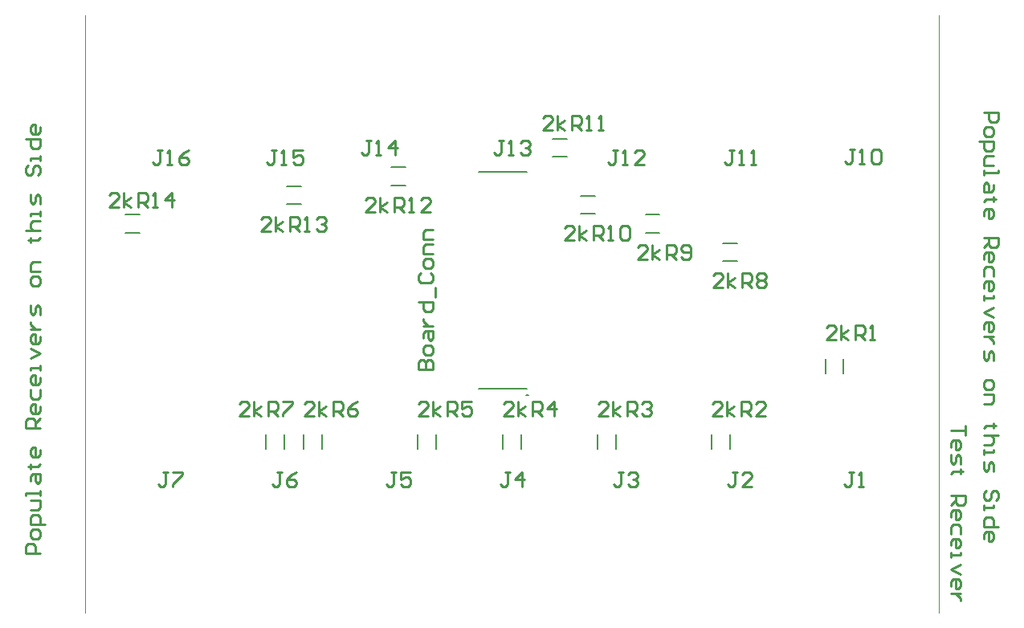
<source format=gto>
G04*
G04 #@! TF.GenerationSoftware,Altium Limited,Altium Designer,20.2.6 (244)*
G04*
G04 Layer_Color=65535*
%FSLAX25Y25*%
%MOIN*%
G70*
G04*
G04 #@! TF.SameCoordinates,A4359F0B-5969-4506-8E40-FB7A7F837C19*
G04*
G04*
G04 #@! TF.FilePolarity,Positive*
G04*
G01*
G75*
%ADD10C,0.00787*%
%ADD11C,0.00394*%
%ADD12C,0.01000*%
D10*
X341348Y228031D02*
X340561D01*
X341348D01*
X320707Y320590D02*
X340711D01*
X320707Y230591D02*
X340711D01*
X232480Y205709D02*
Y211614D01*
X239961Y205709D02*
Y211614D01*
X422244Y291142D02*
X428150D01*
X422244Y283661D02*
X428150D01*
X390021Y302953D02*
X395927D01*
X390021Y295472D02*
X395927D01*
X363189Y310827D02*
X369094D01*
X363189Y303346D02*
X369094D01*
X284449Y315158D02*
X290354D01*
X284449Y322638D02*
X290354D01*
X241142Y307283D02*
X247047D01*
X241142Y314764D02*
X247047D01*
X174213Y295472D02*
X180118D01*
X174213Y302953D02*
X180118D01*
X302953Y205709D02*
Y211614D01*
X295472Y205709D02*
Y211614D01*
X338386Y205709D02*
Y211614D01*
X330906Y205709D02*
Y211614D01*
X255709Y205709D02*
Y211614D01*
X248228Y205709D02*
Y211614D01*
X377756Y205709D02*
Y211614D01*
X370276Y205709D02*
Y211614D01*
X425000Y205709D02*
Y211614D01*
X417520Y205709D02*
Y211614D01*
X472244Y237205D02*
Y243110D01*
X464764Y237205D02*
Y243110D01*
X351378Y326969D02*
X357283D01*
X351378Y334449D02*
X357283D01*
D11*
X511811Y137795D02*
Y385827D01*
X157480Y137795D02*
Y385827D01*
D12*
X522746Y215535D02*
Y211537D01*
Y213536D01*
X516748D01*
Y206538D02*
Y208538D01*
X517748Y209537D01*
X519747D01*
X520747Y208538D01*
Y206538D01*
X519747Y205539D01*
X518747D01*
Y209537D01*
X516748Y203539D02*
Y200540D01*
X517748Y199541D01*
X518747Y200540D01*
Y202540D01*
X519747Y203539D01*
X520747Y202540D01*
Y199541D01*
X521746Y196542D02*
X520747D01*
Y197541D01*
Y195542D01*
Y196542D01*
X517748D01*
X516748Y195542D01*
Y186545D02*
X522746D01*
Y183546D01*
X521746Y182546D01*
X519747D01*
X518747Y183546D01*
Y186545D01*
Y184546D02*
X516748Y182546D01*
Y177548D02*
Y179547D01*
X517748Y180547D01*
X519747D01*
X520747Y179547D01*
Y177548D01*
X519747Y176548D01*
X518747D01*
Y180547D01*
X520747Y170550D02*
Y173549D01*
X519747Y174549D01*
X517748D01*
X516748Y173549D01*
Y170550D01*
Y165552D02*
Y167551D01*
X517748Y168551D01*
X519747D01*
X520747Y167551D01*
Y165552D01*
X519747Y164552D01*
X518747D01*
Y168551D01*
X516748Y162553D02*
Y160553D01*
Y161553D01*
X520747D01*
Y162553D01*
Y157554D02*
X516748Y155555D01*
X520747Y153556D01*
X516748Y148557D02*
Y150556D01*
X517748Y151556D01*
X519747D01*
X520747Y150556D01*
Y148557D01*
X519747Y147557D01*
X518747D01*
Y151556D01*
X520747Y145558D02*
X516748D01*
X518747D01*
X519747Y144558D01*
X520747Y143559D01*
Y142559D01*
X138733Y162417D02*
X132735D01*
Y165416D01*
X133735Y166416D01*
X135734D01*
X136734Y165416D01*
Y162417D01*
X138733Y169415D02*
Y171414D01*
X137733Y172414D01*
X135734D01*
X134734Y171414D01*
Y169415D01*
X135734Y168415D01*
X137733D01*
X138733Y169415D01*
X140732Y174413D02*
X134734D01*
Y177412D01*
X135734Y178412D01*
X137733D01*
X138733Y177412D01*
Y174413D01*
X134734Y180412D02*
X137733D01*
X138733Y181411D01*
Y184410D01*
X134734D01*
X138733Y186410D02*
Y188409D01*
Y187409D01*
X132735D01*
Y186410D01*
X134734Y192408D02*
Y194407D01*
X135734Y195407D01*
X138733D01*
Y192408D01*
X137733Y191408D01*
X136734Y192408D01*
Y195407D01*
X133735Y198406D02*
X134734D01*
Y197406D01*
Y199405D01*
Y198406D01*
X137733D01*
X138733Y199405D01*
Y205403D02*
Y203404D01*
X137733Y202404D01*
X135734D01*
X134734Y203404D01*
Y205403D01*
X135734Y206403D01*
X136734D01*
Y202404D01*
X138733Y214401D02*
X132735D01*
Y217400D01*
X133735Y218399D01*
X135734D01*
X136734Y217400D01*
Y214401D01*
Y216400D02*
X138733Y218399D01*
Y223398D02*
Y221398D01*
X137733Y220399D01*
X135734D01*
X134734Y221398D01*
Y223398D01*
X135734Y224397D01*
X136734D01*
Y220399D01*
X134734Y230395D02*
Y227396D01*
X135734Y226397D01*
X137733D01*
X138733Y227396D01*
Y230395D01*
Y235394D02*
Y233394D01*
X137733Y232395D01*
X135734D01*
X134734Y233394D01*
Y235394D01*
X135734Y236393D01*
X136734D01*
Y232395D01*
X138733Y238393D02*
Y240392D01*
Y239392D01*
X134734D01*
Y238393D01*
Y243391D02*
X138733Y245391D01*
X134734Y247390D01*
X138733Y252388D02*
Y250389D01*
X137733Y249389D01*
X135734D01*
X134734Y250389D01*
Y252388D01*
X135734Y253388D01*
X136734D01*
Y249389D01*
X134734Y255387D02*
X138733D01*
X136734D01*
X135734Y256387D01*
X134734Y257387D01*
Y258386D01*
X138733Y261385D02*
Y264384D01*
X137733Y265384D01*
X136734Y264384D01*
Y262385D01*
X135734Y261385D01*
X134734Y262385D01*
Y265384D01*
X138733Y274381D02*
Y276380D01*
X137733Y277380D01*
X135734D01*
X134734Y276380D01*
Y274381D01*
X135734Y273381D01*
X137733D01*
X138733Y274381D01*
Y279380D02*
X134734D01*
Y282379D01*
X135734Y283378D01*
X138733D01*
X133735Y292375D02*
X134734D01*
Y291376D01*
Y293375D01*
Y292375D01*
X137733D01*
X138733Y293375D01*
X132735Y296374D02*
X138733D01*
X135734D01*
X134734Y297374D01*
Y299373D01*
X135734Y300373D01*
X138733D01*
Y302372D02*
Y304371D01*
Y303372D01*
X134734D01*
Y302372D01*
X138733Y307370D02*
Y310369D01*
X137733Y311369D01*
X136734Y310369D01*
Y308370D01*
X135734Y307370D01*
X134734Y308370D01*
Y311369D01*
X133735Y323365D02*
X132735Y322366D01*
Y320366D01*
X133735Y319367D01*
X134734D01*
X135734Y320366D01*
Y322366D01*
X136734Y323365D01*
X137733D01*
X138733Y322366D01*
Y320366D01*
X137733Y319367D01*
X138733Y325365D02*
Y327364D01*
Y326364D01*
X134734D01*
Y325365D01*
X132735Y334362D02*
X138733D01*
Y331363D01*
X137733Y330363D01*
X135734D01*
X134734Y331363D01*
Y334362D01*
X138733Y339360D02*
Y337361D01*
X137733Y336361D01*
X135734D01*
X134734Y337361D01*
Y339360D01*
X135734Y340360D01*
X136734D01*
Y336361D01*
X530558Y345457D02*
X536556D01*
Y342458D01*
X535557Y341458D01*
X533557D01*
X532558Y342458D01*
Y345457D01*
X530558Y338459D02*
Y336460D01*
X531558Y335460D01*
X533557D01*
X534557Y336460D01*
Y338459D01*
X533557Y339459D01*
X531558D01*
X530558Y338459D01*
X528559Y333461D02*
X534557D01*
Y330462D01*
X533557Y329462D01*
X531558D01*
X530558Y330462D01*
Y333461D01*
X534557Y327463D02*
X531558D01*
X530558Y326463D01*
Y323464D01*
X534557D01*
X530558Y321464D02*
Y319465D01*
Y320465D01*
X536556D01*
Y321464D01*
X534557Y315466D02*
Y313467D01*
X533557Y312467D01*
X530558D01*
Y315466D01*
X531558Y316466D01*
X532558Y315466D01*
Y312467D01*
X535557Y309468D02*
X534557D01*
Y310468D01*
Y308469D01*
Y309468D01*
X531558D01*
X530558Y308469D01*
Y302471D02*
Y304470D01*
X531558Y305470D01*
X533557D01*
X534557Y304470D01*
Y302471D01*
X533557Y301471D01*
X532558D01*
Y305470D01*
X530558Y293474D02*
X536556D01*
Y290475D01*
X535557Y289475D01*
X533557D01*
X532558Y290475D01*
Y293474D01*
Y291474D02*
X530558Y289475D01*
Y284476D02*
Y286476D01*
X531558Y287475D01*
X533557D01*
X534557Y286476D01*
Y284476D01*
X533557Y283477D01*
X532558D01*
Y287475D01*
X534557Y277479D02*
Y280478D01*
X533557Y281477D01*
X531558D01*
X530558Y280478D01*
Y277479D01*
Y272480D02*
Y274480D01*
X531558Y275479D01*
X533557D01*
X534557Y274480D01*
Y272480D01*
X533557Y271481D01*
X532558D01*
Y275479D01*
X530558Y269481D02*
Y267482D01*
Y268482D01*
X534557D01*
Y269481D01*
Y264483D02*
X530558Y262484D01*
X534557Y260484D01*
X530558Y255486D02*
Y257485D01*
X531558Y258485D01*
X533557D01*
X534557Y257485D01*
Y255486D01*
X533557Y254486D01*
X532558D01*
Y258485D01*
X534557Y252487D02*
X530558D01*
X532558D01*
X533557Y251487D01*
X534557Y250487D01*
Y249488D01*
X530558Y246489D02*
Y243490D01*
X531558Y242490D01*
X532558Y243490D01*
Y245489D01*
X533557Y246489D01*
X534557Y245489D01*
Y242490D01*
X530558Y233493D02*
Y231494D01*
X531558Y230494D01*
X533557D01*
X534557Y231494D01*
Y233493D01*
X533557Y234493D01*
X531558D01*
X530558Y233493D01*
Y228495D02*
X534557D01*
Y225496D01*
X533557Y224496D01*
X530558D01*
X535557Y215499D02*
X534557D01*
Y216498D01*
Y214499D01*
Y215499D01*
X531558D01*
X530558Y214499D01*
X536556Y211500D02*
X530558D01*
X533557D01*
X534557Y210500D01*
Y208501D01*
X533557Y207501D01*
X530558D01*
Y205502D02*
Y203503D01*
Y204502D01*
X534557D01*
Y205502D01*
X530558Y200504D02*
Y197505D01*
X531558Y196505D01*
X532558Y197505D01*
Y199504D01*
X533557Y200504D01*
X534557Y199504D01*
Y196505D01*
X535557Y184509D02*
X536556Y185508D01*
Y187508D01*
X535557Y188507D01*
X534557D01*
X533557Y187508D01*
Y185508D01*
X532558Y184509D01*
X531558D01*
X530558Y185508D01*
Y187508D01*
X531558Y188507D01*
X530558Y182509D02*
Y180510D01*
Y181510D01*
X534557D01*
Y182509D01*
X536556Y173512D02*
X530558D01*
Y176511D01*
X531558Y177511D01*
X533557D01*
X534557Y176511D01*
Y173512D01*
X530558Y168514D02*
Y170513D01*
X531558Y171513D01*
X533557D01*
X534557Y170513D01*
Y168514D01*
X533557Y167514D01*
X532558D01*
Y171513D01*
X374599Y219500D02*
X370600D01*
X374599Y223499D01*
Y224498D01*
X373599Y225498D01*
X371600D01*
X370600Y224498D01*
X376598Y219500D02*
Y225498D01*
Y221499D02*
X379597Y223499D01*
X376598Y221499D02*
X379597Y219500D01*
X382596D02*
Y225498D01*
X385595D01*
X386595Y224498D01*
Y222499D01*
X385595Y221499D01*
X382596D01*
X384595D02*
X386595Y219500D01*
X388594Y224498D02*
X389594Y225498D01*
X391593D01*
X392593Y224498D01*
Y223499D01*
X391593Y222499D01*
X390594D01*
X391593D01*
X392593Y221499D01*
Y220500D01*
X391593Y219500D01*
X389594D01*
X388594Y220500D01*
X421799Y219500D02*
X417800D01*
X421799Y223499D01*
Y224498D01*
X420799Y225498D01*
X418800D01*
X417800Y224498D01*
X423798Y219500D02*
Y225498D01*
Y221499D02*
X426797Y223499D01*
X423798Y221499D02*
X426797Y219500D01*
X429796D02*
Y225498D01*
X432795D01*
X433795Y224498D01*
Y222499D01*
X432795Y221499D01*
X429796D01*
X431796D02*
X433795Y219500D01*
X439793D02*
X435794D01*
X439793Y223499D01*
Y224498D01*
X438793Y225498D01*
X436794D01*
X435794Y224498D01*
X469099Y251000D02*
X465100D01*
X469099Y254999D01*
Y255998D01*
X468099Y256998D01*
X466100D01*
X465100Y255998D01*
X471098Y251000D02*
Y256998D01*
Y252999D02*
X474097Y254999D01*
X471098Y252999D02*
X474097Y251000D01*
X477096D02*
Y256998D01*
X480095D01*
X481095Y255998D01*
Y253999D01*
X480095Y252999D01*
X477096D01*
X479096D02*
X481095Y251000D01*
X483094D02*
X485093D01*
X484094D01*
Y256998D01*
X483094Y255998D01*
X422136Y272591D02*
X418137D01*
X422136Y276590D01*
Y277590D01*
X421136Y278590D01*
X419137D01*
X418137Y277590D01*
X424135Y272591D02*
Y278590D01*
Y274591D02*
X427135Y276590D01*
X424135Y274591D02*
X427135Y272591D01*
X430133D02*
Y278590D01*
X433133D01*
X434132Y277590D01*
Y275590D01*
X433133Y274591D01*
X430133D01*
X432133D02*
X434132Y272591D01*
X436132Y277590D02*
X437131Y278590D01*
X439131D01*
X440130Y277590D01*
Y276590D01*
X439131Y275590D01*
X440130Y274591D01*
Y273591D01*
X439131Y272591D01*
X437131D01*
X436132Y273591D01*
Y274591D01*
X437131Y275590D01*
X436132Y276590D01*
Y277590D01*
X437131Y275590D02*
X439131D01*
X390640Y284402D02*
X386641D01*
X390640Y288401D01*
Y289401D01*
X389640Y290401D01*
X387641D01*
X386641Y289401D01*
X392639Y284402D02*
Y290401D01*
Y286402D02*
X395638Y288401D01*
X392639Y286402D02*
X395638Y284402D01*
X398638D02*
Y290401D01*
X401637D01*
X402636Y289401D01*
Y287402D01*
X401637Y286402D01*
X398638D01*
X400637D02*
X402636Y284402D01*
X404635Y285402D02*
X405635Y284402D01*
X407635D01*
X408634Y285402D01*
Y289401D01*
X407635Y290401D01*
X405635D01*
X404635Y289401D01*
Y288401D01*
X405635Y287402D01*
X408634D01*
X360582Y292277D02*
X356583D01*
X360582Y296275D01*
Y297275D01*
X359582Y298275D01*
X357583D01*
X356583Y297275D01*
X362581Y292277D02*
Y298275D01*
Y294276D02*
X365580Y296275D01*
X362581Y294276D02*
X365580Y292277D01*
X368579D02*
Y298275D01*
X371578D01*
X372578Y297275D01*
Y295276D01*
X371578Y294276D01*
X368579D01*
X370579D02*
X372578Y292277D01*
X374577D02*
X376577D01*
X375577D01*
Y298275D01*
X374577Y297275D01*
X379576D02*
X380575Y298275D01*
X382575D01*
X383574Y297275D01*
Y293276D01*
X382575Y292277D01*
X380575D01*
X379576Y293276D01*
Y297275D01*
X351499Y338200D02*
X347500D01*
X351499Y342199D01*
Y343198D01*
X350499Y344198D01*
X348500D01*
X347500Y343198D01*
X353498Y338200D02*
Y344198D01*
Y340199D02*
X356497Y342199D01*
X353498Y340199D02*
X356497Y338200D01*
X359496D02*
Y344198D01*
X362495D01*
X363495Y343198D01*
Y341199D01*
X362495Y340199D01*
X359496D01*
X361495D02*
X363495Y338200D01*
X365494D02*
X367494D01*
X366494D01*
Y344198D01*
X365494Y343198D01*
X370493Y338200D02*
X372492D01*
X371492D01*
Y344198D01*
X370493Y343198D01*
X277905Y304088D02*
X273906D01*
X277905Y308086D01*
Y309086D01*
X276905Y310086D01*
X274906D01*
X273906Y309086D01*
X279904Y304088D02*
Y310086D01*
Y306087D02*
X282903Y308086D01*
X279904Y306087D02*
X282903Y304088D01*
X285902D02*
Y310086D01*
X288901D01*
X289901Y309086D01*
Y307087D01*
X288901Y306087D01*
X285902D01*
X287901D02*
X289901Y304088D01*
X291900D02*
X293899D01*
X292900D01*
Y310086D01*
X291900Y309086D01*
X300897Y304088D02*
X296899D01*
X300897Y308086D01*
Y309086D01*
X299898Y310086D01*
X297898D01*
X296899Y309086D01*
X234598Y296214D02*
X230599D01*
X234598Y300212D01*
Y301212D01*
X233598Y302212D01*
X231598D01*
X230599Y301212D01*
X236597Y296214D02*
Y302212D01*
Y298213D02*
X239596Y300212D01*
X236597Y298213D02*
X239596Y296214D01*
X242595D02*
Y302212D01*
X245594D01*
X246594Y301212D01*
Y299213D01*
X245594Y298213D01*
X242595D01*
X244594D02*
X246594Y296214D01*
X248593D02*
X250592D01*
X249593D01*
Y302212D01*
X248593Y301212D01*
X253591D02*
X254591Y302212D01*
X256591D01*
X257590Y301212D01*
Y300212D01*
X256591Y299213D01*
X255591D01*
X256591D01*
X257590Y298213D01*
Y297213D01*
X256591Y296214D01*
X254591D01*
X253591Y297213D01*
X171605Y306056D02*
X167607D01*
X171605Y310055D01*
Y311054D01*
X170606Y312054D01*
X168606D01*
X167607Y311054D01*
X173605Y306056D02*
Y312054D01*
Y308055D02*
X176604Y310055D01*
X173605Y308055D02*
X176604Y306056D01*
X179603D02*
Y312054D01*
X182602D01*
X183602Y311054D01*
Y309055D01*
X182602Y308055D01*
X179603D01*
X181602D02*
X183602Y306056D01*
X185601D02*
X187600D01*
X186601D01*
Y312054D01*
X185601Y311054D01*
X193598Y306056D02*
Y312054D01*
X190599Y309055D01*
X194598D01*
X225286Y219501D02*
X221287D01*
X225286Y223500D01*
Y224499D01*
X224286Y225499D01*
X222287D01*
X221287Y224499D01*
X227285Y219501D02*
Y225499D01*
Y221500D02*
X230284Y223500D01*
X227285Y221500D02*
X230284Y219501D01*
X233283D02*
Y225499D01*
X236282D01*
X237282Y224499D01*
Y222500D01*
X236282Y221500D01*
X233283D01*
X235282D02*
X237282Y219501D01*
X239281Y225499D02*
X243280D01*
Y224499D01*
X239281Y220501D01*
Y219501D01*
X252499Y219500D02*
X248500D01*
X252499Y223499D01*
Y224498D01*
X251499Y225498D01*
X249500D01*
X248500Y224498D01*
X254498Y219500D02*
Y225498D01*
Y221499D02*
X257497Y223499D01*
X254498Y221499D02*
X257497Y219500D01*
X260496D02*
Y225498D01*
X263495D01*
X264495Y224498D01*
Y222499D01*
X263495Y221499D01*
X260496D01*
X262495D02*
X264495Y219500D01*
X270493Y225498D02*
X268494Y224498D01*
X266494Y222499D01*
Y220500D01*
X267494Y219500D01*
X269493D01*
X270493Y220500D01*
Y221499D01*
X269493Y222499D01*
X266494D01*
X299799Y219500D02*
X295800D01*
X299799Y223499D01*
Y224498D01*
X298799Y225498D01*
X296800D01*
X295800Y224498D01*
X301798Y219500D02*
Y225498D01*
Y221499D02*
X304797Y223499D01*
X301798Y221499D02*
X304797Y219500D01*
X307796D02*
Y225498D01*
X310795D01*
X311795Y224498D01*
Y222499D01*
X310795Y221499D01*
X307796D01*
X309795D02*
X311795Y219500D01*
X317793Y225498D02*
X313794D01*
Y222499D01*
X315793Y223499D01*
X316793D01*
X317793Y222499D01*
Y220500D01*
X316793Y219500D01*
X314794D01*
X313794Y220500D01*
X335199Y219500D02*
X331200D01*
X335199Y223499D01*
Y224498D01*
X334199Y225498D01*
X332200D01*
X331200Y224498D01*
X337198Y219500D02*
Y225498D01*
Y221499D02*
X340197Y223499D01*
X337198Y221499D02*
X340197Y219500D01*
X343196D02*
Y225498D01*
X346195D01*
X347195Y224498D01*
Y222499D01*
X346195Y221499D01*
X343196D01*
X345196D02*
X347195Y219500D01*
X352193D02*
Y225498D01*
X349194Y222499D01*
X353193D01*
X295714Y238726D02*
X301712D01*
Y241725D01*
X300712Y242725D01*
X299712D01*
X298713Y241725D01*
Y238726D01*
Y241725D01*
X297713Y242725D01*
X296713D01*
X295714Y241725D01*
Y238726D01*
X301712Y245724D02*
Y247723D01*
X300712Y248723D01*
X298713D01*
X297713Y247723D01*
Y245724D01*
X298713Y244724D01*
X300712D01*
X301712Y245724D01*
X297713Y251722D02*
Y253721D01*
X298713Y254721D01*
X301712D01*
Y251722D01*
X300712Y250722D01*
X299712Y251722D01*
Y254721D01*
X297713Y256720D02*
X301712D01*
X299712D01*
X298713Y257720D01*
X297713Y258719D01*
Y259719D01*
X295714Y266717D02*
X301712D01*
Y263718D01*
X300712Y262718D01*
X298713D01*
X297713Y263718D01*
Y266717D01*
X302712Y268716D02*
Y272715D01*
X296713Y278713D02*
X295714Y277713D01*
Y275714D01*
X296713Y274714D01*
X300712D01*
X301712Y275714D01*
Y277713D01*
X300712Y278713D01*
X301712Y281712D02*
Y283711D01*
X300712Y284711D01*
X298713D01*
X297713Y283711D01*
Y281712D01*
X298713Y280712D01*
X300712D01*
X301712Y281712D01*
Y286710D02*
X297713D01*
Y289709D01*
X298713Y290709D01*
X301712D01*
Y292708D02*
X297713D01*
Y295708D01*
X298713Y296707D01*
X301712D01*
X189415Y329771D02*
X187415D01*
X188415D01*
Y324772D01*
X187415Y323773D01*
X186416D01*
X185416Y324772D01*
X191414Y323773D02*
X193413D01*
X192414D01*
Y329771D01*
X191414Y328771D01*
X200411Y329771D02*
X198412Y328771D01*
X196412Y326772D01*
Y324772D01*
X197412Y323773D01*
X199411D01*
X200411Y324772D01*
Y325772D01*
X199411Y326772D01*
X196412D01*
X236659Y329771D02*
X234659D01*
X235659D01*
Y324772D01*
X234659Y323773D01*
X233660D01*
X232660Y324772D01*
X238658Y323773D02*
X240657D01*
X239658D01*
Y329771D01*
X238658Y328771D01*
X247655Y329771D02*
X243656D01*
Y326772D01*
X245656Y327771D01*
X246655D01*
X247655Y326772D01*
Y324772D01*
X246655Y323773D01*
X244656D01*
X243656Y324772D01*
X276029Y333708D02*
X274029D01*
X275029D01*
Y328709D01*
X274029Y327710D01*
X273030D01*
X272030Y328709D01*
X278028Y327710D02*
X280027D01*
X279028D01*
Y333708D01*
X278028Y332708D01*
X286026Y327710D02*
Y333708D01*
X283026Y330709D01*
X287025D01*
X331147Y333708D02*
X329147D01*
X330147D01*
Y328709D01*
X329147Y327710D01*
X328148D01*
X327148Y328709D01*
X333146Y327710D02*
X335145D01*
X334146D01*
Y333708D01*
X333146Y332708D01*
X338144D02*
X339144Y333708D01*
X341144D01*
X342143Y332708D01*
Y331708D01*
X341144Y330709D01*
X340144D01*
X341144D01*
X342143Y329709D01*
Y328709D01*
X341144Y327710D01*
X339144D01*
X338144Y328709D01*
X378391Y329771D02*
X376392D01*
X377391D01*
Y324772D01*
X376392Y323773D01*
X375392D01*
X374392Y324772D01*
X380390Y323773D02*
X382390D01*
X381390D01*
Y329771D01*
X380390Y328771D01*
X389387Y323773D02*
X385389D01*
X389387Y327771D01*
Y328771D01*
X388388Y329771D01*
X386388D01*
X385389Y328771D01*
X426635Y329771D02*
X424635D01*
X425635D01*
Y324772D01*
X424635Y323773D01*
X423636D01*
X422636Y324772D01*
X428634Y323773D02*
X430633D01*
X429634D01*
Y329771D01*
X428634Y328771D01*
X433632Y323773D02*
X435632D01*
X434632D01*
Y329771D01*
X433632Y328771D01*
X476816Y330164D02*
X474817D01*
X475816D01*
Y325166D01*
X474817Y324166D01*
X473817D01*
X472817Y325166D01*
X478815Y324166D02*
X480815D01*
X479815D01*
Y330164D01*
X478815Y329165D01*
X483814D02*
X484813Y330164D01*
X486813D01*
X487813Y329165D01*
Y325166D01*
X486813Y324166D01*
X484813D01*
X483814Y325166D01*
Y329165D01*
X191914Y195912D02*
X189914D01*
X190914D01*
Y190914D01*
X189914Y189914D01*
X188915D01*
X187915Y190914D01*
X193913Y195912D02*
X197912D01*
Y194913D01*
X193913Y190914D01*
Y189914D01*
X239158Y195912D02*
X237158D01*
X238158D01*
Y190914D01*
X237158Y189914D01*
X236159D01*
X235159Y190914D01*
X245156Y195912D02*
X243157Y194913D01*
X241157Y192913D01*
Y190914D01*
X242157Y189914D01*
X244156D01*
X245156Y190914D01*
Y191914D01*
X244156Y192913D01*
X241157D01*
X286402Y195912D02*
X284402D01*
X285402D01*
Y190914D01*
X284402Y189914D01*
X283403D01*
X282403Y190914D01*
X292400Y195912D02*
X288401D01*
Y192913D01*
X290401Y193913D01*
X291400D01*
X292400Y192913D01*
Y190914D01*
X291400Y189914D01*
X289401D01*
X288401Y190914D01*
X333646Y195912D02*
X331647D01*
X332646D01*
Y190914D01*
X331647Y189914D01*
X330647D01*
X329647Y190914D01*
X338644Y189914D02*
Y195912D01*
X335645Y192913D01*
X339644D01*
X380890Y195912D02*
X378891D01*
X379890D01*
Y190914D01*
X378891Y189914D01*
X377891D01*
X376891Y190914D01*
X382889Y194913D02*
X383889Y195912D01*
X385889D01*
X386888Y194913D01*
Y193913D01*
X385889Y192913D01*
X384889D01*
X385889D01*
X386888Y191914D01*
Y190914D01*
X385889Y189914D01*
X383889D01*
X382889Y190914D01*
X428134Y195912D02*
X426135D01*
X427135D01*
Y190914D01*
X426135Y189914D01*
X425135D01*
X424135Y190914D01*
X434132Y189914D02*
X430133D01*
X434132Y193913D01*
Y194913D01*
X433133Y195912D01*
X431133D01*
X430133Y194913D01*
X476378Y195912D02*
X474379D01*
X475378D01*
Y190914D01*
X474379Y189914D01*
X473379D01*
X472379Y190914D01*
X478377Y189914D02*
X480377D01*
X479377D01*
Y195912D01*
X478377Y194913D01*
M02*

</source>
